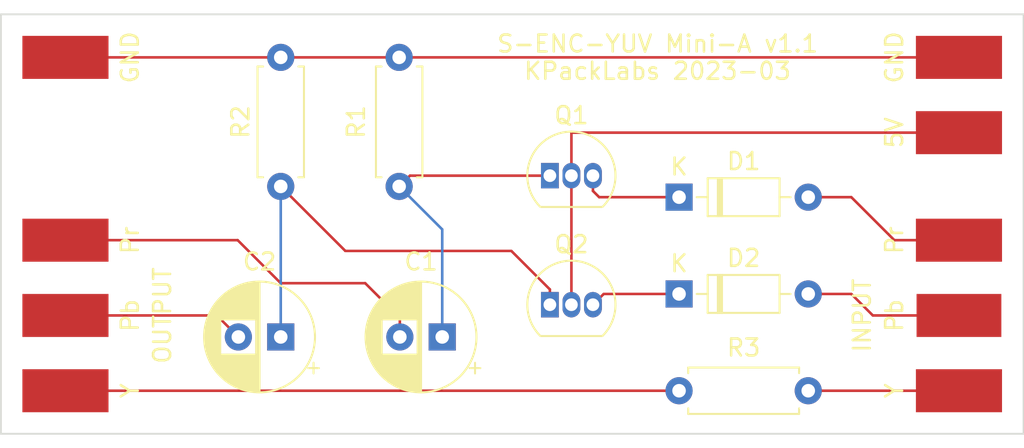
<source format=kicad_pcb>
(kicad_pcb (version 20171130) (host pcbnew "(5.1.5)-3")

  (general
    (thickness 1.6)
    (drawings 13)
    (tracks 35)
    (zones 0)
    (modules 18)
    (nets 13)
  )

  (page A4)
  (layers
    (0 Top signal)
    (31 Bottom signal)
    (34 B.Paste user)
    (35 F.Paste user)
    (36 B.SilkS user)
    (37 F.SilkS user)
    (38 B.Mask user)
    (39 F.Mask user)
    (40 Dwgs.User user)
    (41 Cmts.User user)
    (42 Eco1.User user)
    (43 Eco2.User user)
    (44 Edge.Cuts user)
    (45 Margin user)
    (46 B.CrtYd user)
    (47 F.CrtYd user)
    (48 B.Fab user)
    (49 F.Fab user)
  )

  (setup
    (last_trace_width 0.1524)
    (trace_clearance 0.1524)
    (zone_clearance 0.508)
    (zone_45_only no)
    (trace_min 0.1524)
    (via_size 0.508)
    (via_drill 0.254)
    (via_min_size 0.508)
    (via_min_drill 0.254)
    (uvia_size 0.508)
    (uvia_drill 0.254)
    (uvias_allowed no)
    (uvia_min_size 0.2)
    (uvia_min_drill 0.1)
    (edge_width 0.15)
    (segment_width 0.2)
    (pcb_text_width 0.3)
    (pcb_text_size 1.5 1.5)
    (mod_edge_width 0.15)
    (mod_text_size 1 1)
    (mod_text_width 0.15)
    (pad_size 1.524 1.524)
    (pad_drill 0.762)
    (pad_to_mask_clearance 0.0508)
    (aux_axis_origin 0 0)
    (visible_elements 7FFFFFFF)
    (pcbplotparams
      (layerselection 0x010fc_ffffffff)
      (usegerberextensions false)
      (usegerberattributes false)
      (usegerberadvancedattributes false)
      (creategerberjobfile false)
      (excludeedgelayer true)
      (linewidth 0.100000)
      (plotframeref false)
      (viasonmask false)
      (mode 1)
      (useauxorigin false)
      (hpglpennumber 1)
      (hpglpenspeed 20)
      (hpglpendiameter 15.000000)
      (psnegative false)
      (psa4output false)
      (plotreference true)
      (plotvalue true)
      (plotinvisibletext false)
      (padsonsilk false)
      (subtractmaskfromsilk false)
      (outputformat 1)
      (mirror false)
      (drillshape 1)
      (scaleselection 1)
      (outputdirectory ""))
  )

  (net 0 "")
  (net 1 "Net-(C1-Pad2)")
  (net 2 "Net-(C1-Pad1)")
  (net 3 "Net-(C2-Pad2)")
  (net 4 "Net-(C2-Pad1)")
  (net 5 "Net-(D1-Pad2)")
  (net 6 "Net-(D1-Pad1)")
  (net 7 "Net-(D2-Pad2)")
  (net 8 "Net-(D2-Pad1)")
  (net 9 +5V)
  (net 10 GND)
  (net 11 "Net-(J5-Pad1)")
  (net 12 "Net-(J9-Pad1)")

  (net_class Default "This is the default net class."
    (clearance 0.1524)
    (trace_width 0.1524)
    (via_dia 0.508)
    (via_drill 0.254)
    (uvia_dia 0.508)
    (uvia_drill 0.254)
    (diff_pair_width 0.1524)
    (diff_pair_gap 0.1524)
    (add_net +5V)
    (add_net GND)
    (add_net "Net-(C1-Pad1)")
    (add_net "Net-(C1-Pad2)")
    (add_net "Net-(C2-Pad1)")
    (add_net "Net-(C2-Pad2)")
    (add_net "Net-(D1-Pad1)")
    (add_net "Net-(D1-Pad2)")
    (add_net "Net-(D2-Pad1)")
    (add_net "Net-(D2-Pad2)")
    (add_net "Net-(J5-Pad1)")
    (add_net "Net-(J9-Pad1)")
  )

  (module Connector_Wire:SolderWirePad_1x01_SMD_5x10mm (layer Top) (tedit 63F2A66A) (tstamp 63F2AED5)
    (at 147.955 51.435)
    (descr "Wire Pad, Square, SMD Pad,  5mm x 10mm,")
    (tags "MesurementPoint Square SMDPad 5mmx10mm ")
    (path /63F36AB4)
    (attr smd virtual)
    (fp_text reference J1 (at 0 -2.54) (layer F.Fab)
      (effects (font (size 1 1) (thickness 0.15)))
    )
    (fp_text value 5V (at -3.81 0 90) (layer F.SilkS)
      (effects (font (size 1 1) (thickness 0.15)))
    )
    (fp_line (start -2.75 -1.524) (end -2.75 1.524) (layer F.CrtYd) (width 0.05))
    (fp_line (start -2.75 1.524) (end 2.75 1.524) (layer F.CrtYd) (width 0.05))
    (fp_line (start 2.75 1.524) (end 2.75 -1.524) (layer F.CrtYd) (width 0.05))
    (fp_line (start 2.75 -1.524) (end -2.75 -1.524) (layer F.CrtYd) (width 0.05))
    (fp_text user %R (at 0 0) (layer F.Fab)
      (effects (font (size 1 1) (thickness 0.15)))
    )
    (pad 1 smd rect (at 0 0) (size 5.08 2.54) (layers Top F.Paste F.Mask)
      (net 9 +5V))
  )

  (module Connector_Wire:SolderWirePad_1x01_SMD_5x10mm (layer Top) (tedit 63F2A647) (tstamp 63F2AEDF)
    (at 147.955 46.99)
    (descr "Wire Pad, Square, SMD Pad,  5mm x 10mm,")
    (tags "MesurementPoint Square SMDPad 5mmx10mm ")
    (path /63F3650D)
    (attr smd virtual)
    (fp_text reference J2 (at 0 -2.54) (layer F.Fab)
      (effects (font (size 1 1) (thickness 0.15)))
    )
    (fp_text value GND (at -3.81 0 90) (layer F.SilkS)
      (effects (font (size 1 1) (thickness 0.15)))
    )
    (fp_line (start -2.75 -1.524) (end -2.75 1.524) (layer F.CrtYd) (width 0.05))
    (fp_line (start -2.75 1.524) (end 2.75 1.524) (layer F.CrtYd) (width 0.05))
    (fp_line (start 2.75 1.524) (end 2.75 -1.524) (layer F.CrtYd) (width 0.05))
    (fp_line (start 2.75 -1.524) (end -2.75 -1.524) (layer F.CrtYd) (width 0.05))
    (fp_text user %R (at 0 0) (layer F.Fab)
      (effects (font (size 1 1) (thickness 0.15)))
    )
    (pad 1 smd rect (at 0 0) (size 5.08 2.54) (layers Top F.Paste F.Mask)
      (net 10 GND))
  )

  (module Connector_Wire:SolderWirePad_1x01_SMD_5x10mm (layer Top) (tedit 63F2A618) (tstamp 63F2AEFD)
    (at 147.955 66.675)
    (descr "Wire Pad, Square, SMD Pad,  5mm x 10mm,")
    (tags "MesurementPoint Square SMDPad 5mmx10mm ")
    (path /63F352A2)
    (attr smd virtual)
    (fp_text reference J5 (at 0 -2.54) (layer F.Fab)
      (effects (font (size 1 1) (thickness 0.15)))
    )
    (fp_text value Y_IN (at 0 2.54) (layer F.Fab)
      (effects (font (size 1 1) (thickness 0.15)))
    )
    (fp_line (start -2.75 -1.524) (end -2.75 1.524) (layer F.CrtYd) (width 0.05))
    (fp_line (start -2.75 1.524) (end 2.75 1.524) (layer F.CrtYd) (width 0.05))
    (fp_line (start 2.75 1.524) (end 2.75 -1.524) (layer F.CrtYd) (width 0.05))
    (fp_line (start 2.75 -1.524) (end -2.75 -1.524) (layer F.CrtYd) (width 0.05))
    (fp_text user %R (at 0 0) (layer F.Fab)
      (effects (font (size 1 1) (thickness 0.15)))
    )
    (pad 1 smd rect (at 0 0) (size 5.08 2.54) (layers Top F.Paste F.Mask)
      (net 11 "Net-(J5-Pad1)"))
  )

  (module Connector_Wire:SolderWirePad_1x01_SMD_5x10mm (layer Top) (tedit 63F2A5F1) (tstamp 63F2AEE9)
    (at 147.955 57.785)
    (descr "Wire Pad, Square, SMD Pad,  5mm x 10mm,")
    (tags "MesurementPoint Square SMDPad 5mmx10mm ")
    (path /63F35FBA)
    (attr smd virtual)
    (fp_text reference J3 (at 0 -2.54) (layer F.Fab)
      (effects (font (size 1 1) (thickness 0.15)))
    )
    (fp_text value Pr_IN (at 0 2.54) (layer F.Fab)
      (effects (font (size 1 1) (thickness 0.15)))
    )
    (fp_line (start -2.75 -1.524) (end -2.75 1.524) (layer F.CrtYd) (width 0.05))
    (fp_line (start -2.75 1.524) (end 2.75 1.524) (layer F.CrtYd) (width 0.05))
    (fp_line (start 2.75 1.524) (end 2.75 -1.524) (layer F.CrtYd) (width 0.05))
    (fp_line (start 2.75 -1.524) (end -2.75 -1.524) (layer F.CrtYd) (width 0.05))
    (fp_text user %R (at 0 0) (layer F.Fab)
      (effects (font (size 1 1) (thickness 0.15)))
    )
    (pad 1 smd rect (at 0 0) (size 5.08 2.54) (layers Top F.Paste F.Mask)
      (net 5 "Net-(D1-Pad2)"))
  )

  (module Connector_Wire:SolderWirePad_1x01_SMD_5x10mm (layer Top) (tedit 63F2A5C5) (tstamp 63F2AF11)
    (at 95.25 57.785)
    (descr "Wire Pad, Square, SMD Pad,  5mm x 10mm,")
    (tags "MesurementPoint Square SMDPad 5mmx10mm ")
    (path /63F509AD)
    (attr smd virtual)
    (fp_text reference J7 (at 0 -2.54) (layer F.Fab)
      (effects (font (size 1 1) (thickness 0.15)))
    )
    (fp_text value Pr_OUT (at 0 2.54) (layer F.Fab)
      (effects (font (size 1 1) (thickness 0.15)))
    )
    (fp_line (start -2.75 -1.524) (end -2.75 1.524) (layer F.CrtYd) (width 0.05))
    (fp_line (start -2.75 1.524) (end 2.75 1.524) (layer F.CrtYd) (width 0.05))
    (fp_line (start 2.75 1.524) (end 2.75 -1.524) (layer F.CrtYd) (width 0.05))
    (fp_line (start 2.75 -1.524) (end -2.75 -1.524) (layer F.CrtYd) (width 0.05))
    (fp_text user %R (at 0 0) (layer F.Fab)
      (effects (font (size 1 1) (thickness 0.15)))
    )
    (pad 1 smd rect (at 0 0) (size 5.08 2.54) (layers Top F.Paste F.Mask)
      (net 1 "Net-(C1-Pad2)"))
  )

  (module Connector_Wire:SolderWirePad_1x01_SMD_5x10mm (layer Top) (tedit 63F2A595) (tstamp 63F2AEF3)
    (at 147.955 62.23)
    (descr "Wire Pad, Square, SMD Pad,  5mm x 10mm,")
    (tags "MesurementPoint Square SMDPad 5mmx10mm ")
    (path /63F35BFA)
    (attr smd virtual)
    (fp_text reference J4 (at 0 -2.54) (layer F.Fab)
      (effects (font (size 1 1) (thickness 0.15)))
    )
    (fp_text value Pb_IN (at 0 2.54) (layer F.Fab)
      (effects (font (size 1 1) (thickness 0.15)))
    )
    (fp_line (start -2.75 -1.524) (end -2.75 1.524) (layer F.CrtYd) (width 0.05))
    (fp_line (start -2.75 1.524) (end 2.75 1.524) (layer F.CrtYd) (width 0.05))
    (fp_line (start 2.75 1.524) (end 2.75 -1.524) (layer F.CrtYd) (width 0.05))
    (fp_line (start 2.75 -1.524) (end -2.75 -1.524) (layer F.CrtYd) (width 0.05))
    (fp_text user %R (at 0 0) (layer F.Fab)
      (effects (font (size 1 1) (thickness 0.15)))
    )
    (pad 1 smd rect (at 0 0) (size 5 2.54) (layers Top F.Paste F.Mask)
      (net 7 "Net-(D2-Pad2)"))
  )

  (module Connector_Wire:SolderWirePad_1x01_SMD_5x10mm (layer Top) (tedit 63F2A56F) (tstamp 63F2AF1B)
    (at 95.25 62.23)
    (descr "Wire Pad, Square, SMD Pad,  5mm x 10mm,")
    (tags "MesurementPoint Square SMDPad 5mmx10mm ")
    (path /63F4F2F1)
    (attr smd virtual)
    (fp_text reference J8 (at 0 -2.54) (layer F.Fab)
      (effects (font (size 1 1) (thickness 0.15)))
    )
    (fp_text value Pb_OUT (at 0 2.54) (layer F.Fab)
      (effects (font (size 1 1) (thickness 0.15)))
    )
    (fp_line (start -2.75 -1.524) (end -2.75 1.524) (layer F.CrtYd) (width 0.05))
    (fp_line (start -2.75 1.524) (end 2.75 1.524) (layer F.CrtYd) (width 0.05))
    (fp_line (start 2.75 1.524) (end 2.75 -1.524) (layer F.CrtYd) (width 0.05))
    (fp_line (start 2.75 -1.524) (end -2.75 -1.524) (layer F.CrtYd) (width 0.05))
    (fp_text user %R (at 0 0) (layer F.Fab)
      (effects (font (size 1 1) (thickness 0.15)))
    )
    (pad 1 smd rect (at 0 0) (size 5.08 2.54) (layers Top F.Paste F.Mask)
      (net 3 "Net-(C2-Pad2)"))
  )

  (module Connector_Wire:SolderWirePad_1x01_SMD_5x10mm (layer Top) (tedit 63F2A544) (tstamp 63F2AF25)
    (at 95.25 66.675)
    (descr "Wire Pad, Square, SMD Pad,  5mm x 10mm,")
    (tags "MesurementPoint Square SMDPad 5mmx10mm ")
    (path /63F4D8BA)
    (attr smd virtual)
    (fp_text reference J9 (at 0 -2.54) (layer F.Fab)
      (effects (font (size 1 1) (thickness 0.15)))
    )
    (fp_text value Y_OUT (at 0 2.54) (layer F.Fab)
      (effects (font (size 1 1) (thickness 0.15)))
    )
    (fp_line (start -2.75 -1.524) (end -2.75 1.524) (layer F.CrtYd) (width 0.05))
    (fp_line (start -2.75 1.524) (end 2.75 1.524) (layer F.CrtYd) (width 0.05))
    (fp_line (start 2.75 1.524) (end 2.75 -1.524) (layer F.CrtYd) (width 0.05))
    (fp_line (start 2.75 -1.524) (end -2.75 -1.524) (layer F.CrtYd) (width 0.05))
    (fp_text user %R (at 0 0) (layer F.Fab)
      (effects (font (size 1 1) (thickness 0.15)))
    )
    (pad 1 smd rect (at 0 0) (size 5.08 2.54) (layers Top F.Paste F.Mask)
      (net 12 "Net-(J9-Pad1)"))
  )

  (module Connector_Wire:SolderWirePad_1x01_SMD_5x10mm (layer Top) (tedit 63F2A50B) (tstamp 63F2AF07)
    (at 95.25 46.99)
    (descr "Wire Pad, Square, SMD Pad,  5mm x 10mm,")
    (tags "MesurementPoint Square SMDPad 5mmx10mm ")
    (path /63F53503)
    (attr smd virtual)
    (fp_text reference J6 (at 0 -2.54) (layer F.Fab)
      (effects (font (size 1 1) (thickness 0.15)))
    )
    (fp_text value GND (at 3.81 0 90) (layer F.SilkS)
      (effects (font (size 1 1) (thickness 0.15)))
    )
    (fp_line (start -2.75 -1.524) (end -2.75 1.524) (layer F.CrtYd) (width 0.05))
    (fp_line (start -2.75 1.524) (end 2.75 1.524) (layer F.CrtYd) (width 0.05))
    (fp_line (start 2.75 1.524) (end 2.75 -1.524) (layer F.CrtYd) (width 0.05))
    (fp_line (start 2.75 -1.524) (end -2.75 -1.524) (layer F.CrtYd) (width 0.05))
    (fp_text user %R (at 0 0) (layer F.Fab)
      (effects (font (size 1 1) (thickness 0.15)))
    )
    (pad 1 smd rect (at 0 0) (size 5.08 2.54) (layers Top F.Paste F.Mask)
      (net 10 GND))
  )

  (module Resistor_THT:R_Axial_DIN0207_L6.3mm_D2.5mm_P7.62mm_Horizontal (layer Top) (tedit 5AE5139B) (tstamp 63F2AF8E)
    (at 139.065 66.675 180)
    (descr "Resistor, Axial_DIN0207 series, Axial, Horizontal, pin pitch=7.62mm, 0.25W = 1/4W, length*diameter=6.3*2.5mm^2, http://cdn-reichelt.de/documents/datenblatt/B400/1_4W%23YAG.pdf")
    (tags "Resistor Axial_DIN0207 series Axial Horizontal pin pitch 7.62mm 0.25W = 1/4W length 6.3mm diameter 2.5mm")
    (path /63F3D581)
    (fp_text reference R3 (at 3.81 2.54) (layer F.SilkS)
      (effects (font (size 1 1) (thickness 0.15)))
    )
    (fp_text value "10 ohm" (at 3.81 2.37) (layer F.Fab)
      (effects (font (size 1 1) (thickness 0.15)))
    )
    (fp_text user %R (at 3.81 0) (layer F.Fab)
      (effects (font (size 1 1) (thickness 0.15)))
    )
    (fp_line (start 8.67 -1.5) (end -1.05 -1.5) (layer F.CrtYd) (width 0.05))
    (fp_line (start 8.67 1.5) (end 8.67 -1.5) (layer F.CrtYd) (width 0.05))
    (fp_line (start -1.05 1.5) (end 8.67 1.5) (layer F.CrtYd) (width 0.05))
    (fp_line (start -1.05 -1.5) (end -1.05 1.5) (layer F.CrtYd) (width 0.05))
    (fp_line (start 7.08 1.37) (end 7.08 1.04) (layer F.SilkS) (width 0.12))
    (fp_line (start 0.54 1.37) (end 7.08 1.37) (layer F.SilkS) (width 0.12))
    (fp_line (start 0.54 1.04) (end 0.54 1.37) (layer F.SilkS) (width 0.12))
    (fp_line (start 7.08 -1.37) (end 7.08 -1.04) (layer F.SilkS) (width 0.12))
    (fp_line (start 0.54 -1.37) (end 7.08 -1.37) (layer F.SilkS) (width 0.12))
    (fp_line (start 0.54 -1.04) (end 0.54 -1.37) (layer F.SilkS) (width 0.12))
    (fp_line (start 7.62 0) (end 6.96 0) (layer F.Fab) (width 0.1))
    (fp_line (start 0 0) (end 0.66 0) (layer F.Fab) (width 0.1))
    (fp_line (start 6.96 -1.25) (end 0.66 -1.25) (layer F.Fab) (width 0.1))
    (fp_line (start 6.96 1.25) (end 6.96 -1.25) (layer F.Fab) (width 0.1))
    (fp_line (start 0.66 1.25) (end 6.96 1.25) (layer F.Fab) (width 0.1))
    (fp_line (start 0.66 -1.25) (end 0.66 1.25) (layer F.Fab) (width 0.1))
    (pad 2 thru_hole oval (at 7.62 0 180) (size 1.6 1.6) (drill 0.8) (layers *.Cu *.Mask)
      (net 12 "Net-(J9-Pad1)"))
    (pad 1 thru_hole circle (at 0 0 180) (size 1.6 1.6) (drill 0.8) (layers *.Cu *.Mask)
      (net 11 "Net-(J5-Pad1)"))
    (model ${KISYS3DMOD}/Resistor_THT.3dshapes/R_Axial_DIN0207_L6.3mm_D2.5mm_P7.62mm_Horizontal.wrl
      (at (xyz 0 0 0))
      (scale (xyz 1 1 1))
      (rotate (xyz 0 0 0))
    )
  )

  (module Resistor_THT:R_Axial_DIN0207_L6.3mm_D2.5mm_P7.62mm_Horizontal (layer Top) (tedit 5AE5139B) (tstamp 63F2AF77)
    (at 107.95 54.61 90)
    (descr "Resistor, Axial_DIN0207 series, Axial, Horizontal, pin pitch=7.62mm, 0.25W = 1/4W, length*diameter=6.3*2.5mm^2, http://cdn-reichelt.de/documents/datenblatt/B400/1_4W%23YAG.pdf")
    (tags "Resistor Axial_DIN0207 series Axial Horizontal pin pitch 7.62mm 0.25W = 1/4W length 6.3mm diameter 2.5mm")
    (path /63F437F8)
    (fp_text reference R2 (at 3.81 -2.37 90) (layer F.SilkS)
      (effects (font (size 1 1) (thickness 0.15)))
    )
    (fp_text value "75 ohm" (at 3.81 2.37 90) (layer F.Fab)
      (effects (font (size 1 1) (thickness 0.15)))
    )
    (fp_text user %R (at 3.81 0 90) (layer F.Fab)
      (effects (font (size 1 1) (thickness 0.15)))
    )
    (fp_line (start 8.67 -1.5) (end -1.05 -1.5) (layer F.CrtYd) (width 0.05))
    (fp_line (start 8.67 1.5) (end 8.67 -1.5) (layer F.CrtYd) (width 0.05))
    (fp_line (start -1.05 1.5) (end 8.67 1.5) (layer F.CrtYd) (width 0.05))
    (fp_line (start -1.05 -1.5) (end -1.05 1.5) (layer F.CrtYd) (width 0.05))
    (fp_line (start 7.08 1.37) (end 7.08 1.04) (layer F.SilkS) (width 0.12))
    (fp_line (start 0.54 1.37) (end 7.08 1.37) (layer F.SilkS) (width 0.12))
    (fp_line (start 0.54 1.04) (end 0.54 1.37) (layer F.SilkS) (width 0.12))
    (fp_line (start 7.08 -1.37) (end 7.08 -1.04) (layer F.SilkS) (width 0.12))
    (fp_line (start 0.54 -1.37) (end 7.08 -1.37) (layer F.SilkS) (width 0.12))
    (fp_line (start 0.54 -1.04) (end 0.54 -1.37) (layer F.SilkS) (width 0.12))
    (fp_line (start 7.62 0) (end 6.96 0) (layer F.Fab) (width 0.1))
    (fp_line (start 0 0) (end 0.66 0) (layer F.Fab) (width 0.1))
    (fp_line (start 6.96 -1.25) (end 0.66 -1.25) (layer F.Fab) (width 0.1))
    (fp_line (start 6.96 1.25) (end 6.96 -1.25) (layer F.Fab) (width 0.1))
    (fp_line (start 0.66 1.25) (end 6.96 1.25) (layer F.Fab) (width 0.1))
    (fp_line (start 0.66 -1.25) (end 0.66 1.25) (layer F.Fab) (width 0.1))
    (pad 2 thru_hole oval (at 7.62 0 90) (size 1.6 1.6) (drill 0.8) (layers *.Cu *.Mask)
      (net 10 GND))
    (pad 1 thru_hole circle (at 0 0 90) (size 1.6 1.6) (drill 0.8) (layers *.Cu *.Mask)
      (net 4 "Net-(C2-Pad1)"))
    (model ${KISYS3DMOD}/Resistor_THT.3dshapes/R_Axial_DIN0207_L6.3mm_D2.5mm_P7.62mm_Horizontal.wrl
      (at (xyz 0 0 0))
      (scale (xyz 1 1 1))
      (rotate (xyz 0 0 0))
    )
  )

  (module Resistor_THT:R_Axial_DIN0207_L6.3mm_D2.5mm_P7.62mm_Horizontal (layer Top) (tedit 5AE5139B) (tstamp 63F2AF60)
    (at 114.935 46.99 270)
    (descr "Resistor, Axial_DIN0207 series, Axial, Horizontal, pin pitch=7.62mm, 0.25W = 1/4W, length*diameter=6.3*2.5mm^2, http://cdn-reichelt.de/documents/datenblatt/B400/1_4W%23YAG.pdf")
    (tags "Resistor Axial_DIN0207 series Axial Horizontal pin pitch 7.62mm 0.25W = 1/4W length 6.3mm diameter 2.5mm")
    (path /63F40F69)
    (fp_text reference R1 (at 3.81 2.54 90) (layer F.SilkS)
      (effects (font (size 1 1) (thickness 0.15)))
    )
    (fp_text value "75 ohm" (at 3.81 2.37 90) (layer F.Fab)
      (effects (font (size 1 1) (thickness 0.15)))
    )
    (fp_text user %R (at 3.81 0 90) (layer F.Fab)
      (effects (font (size 1 1) (thickness 0.15)))
    )
    (fp_line (start 8.67 -1.5) (end -1.05 -1.5) (layer F.CrtYd) (width 0.05))
    (fp_line (start 8.67 1.5) (end 8.67 -1.5) (layer F.CrtYd) (width 0.05))
    (fp_line (start -1.05 1.5) (end 8.67 1.5) (layer F.CrtYd) (width 0.05))
    (fp_line (start -1.05 -1.5) (end -1.05 1.5) (layer F.CrtYd) (width 0.05))
    (fp_line (start 7.08 1.37) (end 7.08 1.04) (layer F.SilkS) (width 0.12))
    (fp_line (start 0.54 1.37) (end 7.08 1.37) (layer F.SilkS) (width 0.12))
    (fp_line (start 0.54 1.04) (end 0.54 1.37) (layer F.SilkS) (width 0.12))
    (fp_line (start 7.08 -1.37) (end 7.08 -1.04) (layer F.SilkS) (width 0.12))
    (fp_line (start 0.54 -1.37) (end 7.08 -1.37) (layer F.SilkS) (width 0.12))
    (fp_line (start 0.54 -1.04) (end 0.54 -1.37) (layer F.SilkS) (width 0.12))
    (fp_line (start 7.62 0) (end 6.96 0) (layer F.Fab) (width 0.1))
    (fp_line (start 0 0) (end 0.66 0) (layer F.Fab) (width 0.1))
    (fp_line (start 6.96 -1.25) (end 0.66 -1.25) (layer F.Fab) (width 0.1))
    (fp_line (start 6.96 1.25) (end 6.96 -1.25) (layer F.Fab) (width 0.1))
    (fp_line (start 0.66 1.25) (end 6.96 1.25) (layer F.Fab) (width 0.1))
    (fp_line (start 0.66 -1.25) (end 0.66 1.25) (layer F.Fab) (width 0.1))
    (pad 2 thru_hole oval (at 7.62 0 270) (size 1.6 1.6) (drill 0.8) (layers *.Cu *.Mask)
      (net 2 "Net-(C1-Pad1)"))
    (pad 1 thru_hole circle (at 0 0 270) (size 1.6 1.6) (drill 0.8) (layers *.Cu *.Mask)
      (net 10 GND))
    (model ${KISYS3DMOD}/Resistor_THT.3dshapes/R_Axial_DIN0207_L6.3mm_D2.5mm_P7.62mm_Horizontal.wrl
      (at (xyz 0 0 0))
      (scale (xyz 1 1 1))
      (rotate (xyz 0 0 0))
    )
  )

  (module Package_TO_SOT_THT:TO-92_Inline (layer Top) (tedit 5A1DD157) (tstamp 63F2AF49)
    (at 123.825 61.595)
    (descr "TO-92 leads in-line, narrow, oval pads, drill 0.75mm (see NXP sot054_po.pdf)")
    (tags "to-92 sc-43 sc-43a sot54 PA33 transistor")
    (path /63F3F8C3)
    (fp_text reference Q2 (at 1.27 -3.56) (layer F.SilkS)
      (effects (font (size 1 1) (thickness 0.15)))
    )
    (fp_text value 2N3904 (at 1.27 2.79) (layer F.Fab)
      (effects (font (size 1 1) (thickness 0.15)))
    )
    (fp_arc (start 1.27 0) (end 1.27 -2.6) (angle 135) (layer F.SilkS) (width 0.12))
    (fp_arc (start 1.27 0) (end 1.27 -2.48) (angle -135) (layer F.Fab) (width 0.1))
    (fp_arc (start 1.27 0) (end 1.27 -2.6) (angle -135) (layer F.SilkS) (width 0.12))
    (fp_arc (start 1.27 0) (end 1.27 -2.48) (angle 135) (layer F.Fab) (width 0.1))
    (fp_line (start 4 2.01) (end -1.46 2.01) (layer F.CrtYd) (width 0.05))
    (fp_line (start 4 2.01) (end 4 -2.73) (layer F.CrtYd) (width 0.05))
    (fp_line (start -1.46 -2.73) (end -1.46 2.01) (layer F.CrtYd) (width 0.05))
    (fp_line (start -1.46 -2.73) (end 4 -2.73) (layer F.CrtYd) (width 0.05))
    (fp_line (start -0.5 1.75) (end 3 1.75) (layer F.Fab) (width 0.1))
    (fp_line (start -0.53 1.85) (end 3.07 1.85) (layer F.SilkS) (width 0.12))
    (fp_text user %R (at 1.27 -3.56) (layer F.Fab)
      (effects (font (size 1 1) (thickness 0.15)))
    )
    (pad 1 thru_hole rect (at 0 0) (size 1.05 1.5) (drill 0.75) (layers *.Cu *.Mask)
      (net 4 "Net-(C2-Pad1)"))
    (pad 3 thru_hole oval (at 2.54 0) (size 1.05 1.5) (drill 0.75) (layers *.Cu *.Mask)
      (net 8 "Net-(D2-Pad1)"))
    (pad 2 thru_hole oval (at 1.27 0) (size 1.05 1.5) (drill 0.75) (layers *.Cu *.Mask)
      (net 9 +5V))
    (model ${KISYS3DMOD}/Package_TO_SOT_THT.3dshapes/TO-92_Inline.wrl
      (at (xyz 0 0 0))
      (scale (xyz 1 1 1))
      (rotate (xyz 0 0 0))
    )
  )

  (module Package_TO_SOT_THT:TO-92_Inline (layer Top) (tedit 5A1DD157) (tstamp 63F2AF37)
    (at 123.825 53.975)
    (descr "TO-92 leads in-line, narrow, oval pads, drill 0.75mm (see NXP sot054_po.pdf)")
    (tags "to-92 sc-43 sc-43a sot54 PA33 transistor")
    (path /63F3E31C)
    (fp_text reference Q1 (at 1.27 -3.56) (layer F.SilkS)
      (effects (font (size 1 1) (thickness 0.15)))
    )
    (fp_text value 2N3904 (at 1.27 2.79) (layer F.Fab)
      (effects (font (size 1 1) (thickness 0.15)))
    )
    (fp_arc (start 1.27 0) (end 1.27 -2.6) (angle 135) (layer F.SilkS) (width 0.12))
    (fp_arc (start 1.27 0) (end 1.27 -2.48) (angle -135) (layer F.Fab) (width 0.1))
    (fp_arc (start 1.27 0) (end 1.27 -2.6) (angle -135) (layer F.SilkS) (width 0.12))
    (fp_arc (start 1.27 0) (end 1.27 -2.48) (angle 135) (layer F.Fab) (width 0.1))
    (fp_line (start 4 2.01) (end -1.46 2.01) (layer F.CrtYd) (width 0.05))
    (fp_line (start 4 2.01) (end 4 -2.73) (layer F.CrtYd) (width 0.05))
    (fp_line (start -1.46 -2.73) (end -1.46 2.01) (layer F.CrtYd) (width 0.05))
    (fp_line (start -1.46 -2.73) (end 4 -2.73) (layer F.CrtYd) (width 0.05))
    (fp_line (start -0.5 1.75) (end 3 1.75) (layer F.Fab) (width 0.1))
    (fp_line (start -0.53 1.85) (end 3.07 1.85) (layer F.SilkS) (width 0.12))
    (fp_text user %R (at 1.27 -3.56) (layer F.Fab)
      (effects (font (size 1 1) (thickness 0.15)))
    )
    (pad 1 thru_hole rect (at 0 0) (size 1.05 1.5) (drill 0.75) (layers *.Cu *.Mask)
      (net 2 "Net-(C1-Pad1)"))
    (pad 3 thru_hole oval (at 2.54 0) (size 1.05 1.5) (drill 0.75) (layers *.Cu *.Mask)
      (net 6 "Net-(D1-Pad1)"))
    (pad 2 thru_hole oval (at 1.27 0) (size 1.05 1.5) (drill 0.75) (layers *.Cu *.Mask)
      (net 9 +5V))
    (model ${KISYS3DMOD}/Package_TO_SOT_THT.3dshapes/TO-92_Inline.wrl
      (at (xyz 0 0 0))
      (scale (xyz 1 1 1))
      (rotate (xyz 0 0 0))
    )
  )

  (module Diode_THT:D_DO-35_SOD27_P7.62mm_Horizontal (layer Top) (tedit 5AE50CD5) (tstamp 63F2AECB)
    (at 131.445 60.96)
    (descr "Diode, DO-35_SOD27 series, Axial, Horizontal, pin pitch=7.62mm, , length*diameter=4*2mm^2, , http://www.diodes.com/_files/packages/DO-35.pdf")
    (tags "Diode DO-35_SOD27 series Axial Horizontal pin pitch 7.62mm  length 4mm diameter 2mm")
    (path /63F3950F)
    (fp_text reference D2 (at 3.81 -2.12) (layer F.SilkS)
      (effects (font (size 1 1) (thickness 0.15)))
    )
    (fp_text value 1N4148 (at 3.81 2.12) (layer F.Fab)
      (effects (font (size 1 1) (thickness 0.15)))
    )
    (fp_text user K (at 0 -1.8) (layer F.SilkS)
      (effects (font (size 1 1) (thickness 0.15)))
    )
    (fp_text user K (at 0 -1.8) (layer F.Fab)
      (effects (font (size 1 1) (thickness 0.15)))
    )
    (fp_text user %R (at 4.11 0) (layer F.Fab)
      (effects (font (size 0.8 0.8) (thickness 0.12)))
    )
    (fp_line (start 8.67 -1.25) (end -1.05 -1.25) (layer F.CrtYd) (width 0.05))
    (fp_line (start 8.67 1.25) (end 8.67 -1.25) (layer F.CrtYd) (width 0.05))
    (fp_line (start -1.05 1.25) (end 8.67 1.25) (layer F.CrtYd) (width 0.05))
    (fp_line (start -1.05 -1.25) (end -1.05 1.25) (layer F.CrtYd) (width 0.05))
    (fp_line (start 2.29 -1.12) (end 2.29 1.12) (layer F.SilkS) (width 0.12))
    (fp_line (start 2.53 -1.12) (end 2.53 1.12) (layer F.SilkS) (width 0.12))
    (fp_line (start 2.41 -1.12) (end 2.41 1.12) (layer F.SilkS) (width 0.12))
    (fp_line (start 6.58 0) (end 5.93 0) (layer F.SilkS) (width 0.12))
    (fp_line (start 1.04 0) (end 1.69 0) (layer F.SilkS) (width 0.12))
    (fp_line (start 5.93 -1.12) (end 1.69 -1.12) (layer F.SilkS) (width 0.12))
    (fp_line (start 5.93 1.12) (end 5.93 -1.12) (layer F.SilkS) (width 0.12))
    (fp_line (start 1.69 1.12) (end 5.93 1.12) (layer F.SilkS) (width 0.12))
    (fp_line (start 1.69 -1.12) (end 1.69 1.12) (layer F.SilkS) (width 0.12))
    (fp_line (start 2.31 -1) (end 2.31 1) (layer F.Fab) (width 0.1))
    (fp_line (start 2.51 -1) (end 2.51 1) (layer F.Fab) (width 0.1))
    (fp_line (start 2.41 -1) (end 2.41 1) (layer F.Fab) (width 0.1))
    (fp_line (start 7.62 0) (end 5.81 0) (layer F.Fab) (width 0.1))
    (fp_line (start 0 0) (end 1.81 0) (layer F.Fab) (width 0.1))
    (fp_line (start 5.81 -1) (end 1.81 -1) (layer F.Fab) (width 0.1))
    (fp_line (start 5.81 1) (end 5.81 -1) (layer F.Fab) (width 0.1))
    (fp_line (start 1.81 1) (end 5.81 1) (layer F.Fab) (width 0.1))
    (fp_line (start 1.81 -1) (end 1.81 1) (layer F.Fab) (width 0.1))
    (pad 2 thru_hole oval (at 7.62 0) (size 1.6 1.6) (drill 0.8) (layers *.Cu *.Mask)
      (net 7 "Net-(D2-Pad2)"))
    (pad 1 thru_hole rect (at 0 0) (size 1.6 1.6) (drill 0.8) (layers *.Cu *.Mask)
      (net 8 "Net-(D2-Pad1)"))
    (model ${KISYS3DMOD}/Diode_THT.3dshapes/D_DO-35_SOD27_P7.62mm_Horizontal.wrl
      (at (xyz 0 0 0))
      (scale (xyz 1 1 1))
      (rotate (xyz 0 0 0))
    )
  )

  (module Diode_THT:D_DO-35_SOD27_P7.62mm_Horizontal (layer Top) (tedit 5AE50CD5) (tstamp 63F2AEAC)
    (at 131.445 55.245)
    (descr "Diode, DO-35_SOD27 series, Axial, Horizontal, pin pitch=7.62mm, , length*diameter=4*2mm^2, , http://www.diodes.com/_files/packages/DO-35.pdf")
    (tags "Diode DO-35_SOD27 series Axial Horizontal pin pitch 7.62mm  length 4mm diameter 2mm")
    (path /63F3C81F)
    (fp_text reference D1 (at 3.81 -2.12) (layer F.SilkS)
      (effects (font (size 1 1) (thickness 0.15)))
    )
    (fp_text value 1N4148 (at 3.81 2.12) (layer F.Fab)
      (effects (font (size 1 1) (thickness 0.15)))
    )
    (fp_text user K (at 0 -1.8) (layer F.SilkS)
      (effects (font (size 1 1) (thickness 0.15)))
    )
    (fp_text user K (at 0 -1.8) (layer F.Fab)
      (effects (font (size 1 1) (thickness 0.15)))
    )
    (fp_text user %R (at 4.11 0) (layer F.Fab)
      (effects (font (size 0.8 0.8) (thickness 0.12)))
    )
    (fp_line (start 8.67 -1.25) (end -1.05 -1.25) (layer F.CrtYd) (width 0.05))
    (fp_line (start 8.67 1.25) (end 8.67 -1.25) (layer F.CrtYd) (width 0.05))
    (fp_line (start -1.05 1.25) (end 8.67 1.25) (layer F.CrtYd) (width 0.05))
    (fp_line (start -1.05 -1.25) (end -1.05 1.25) (layer F.CrtYd) (width 0.05))
    (fp_line (start 2.29 -1.12) (end 2.29 1.12) (layer F.SilkS) (width 0.12))
    (fp_line (start 2.53 -1.12) (end 2.53 1.12) (layer F.SilkS) (width 0.12))
    (fp_line (start 2.41 -1.12) (end 2.41 1.12) (layer F.SilkS) (width 0.12))
    (fp_line (start 6.58 0) (end 5.93 0) (layer F.SilkS) (width 0.12))
    (fp_line (start 1.04 0) (end 1.69 0) (layer F.SilkS) (width 0.12))
    (fp_line (start 5.93 -1.12) (end 1.69 -1.12) (layer F.SilkS) (width 0.12))
    (fp_line (start 5.93 1.12) (end 5.93 -1.12) (layer F.SilkS) (width 0.12))
    (fp_line (start 1.69 1.12) (end 5.93 1.12) (layer F.SilkS) (width 0.12))
    (fp_line (start 1.69 -1.12) (end 1.69 1.12) (layer F.SilkS) (width 0.12))
    (fp_line (start 2.31 -1) (end 2.31 1) (layer F.Fab) (width 0.1))
    (fp_line (start 2.51 -1) (end 2.51 1) (layer F.Fab) (width 0.1))
    (fp_line (start 2.41 -1) (end 2.41 1) (layer F.Fab) (width 0.1))
    (fp_line (start 7.62 0) (end 5.81 0) (layer F.Fab) (width 0.1))
    (fp_line (start 0 0) (end 1.81 0) (layer F.Fab) (width 0.1))
    (fp_line (start 5.81 -1) (end 1.81 -1) (layer F.Fab) (width 0.1))
    (fp_line (start 5.81 1) (end 5.81 -1) (layer F.Fab) (width 0.1))
    (fp_line (start 1.81 1) (end 5.81 1) (layer F.Fab) (width 0.1))
    (fp_line (start 1.81 -1) (end 1.81 1) (layer F.Fab) (width 0.1))
    (pad 2 thru_hole oval (at 7.62 0) (size 1.6 1.6) (drill 0.8) (layers *.Cu *.Mask)
      (net 5 "Net-(D1-Pad2)"))
    (pad 1 thru_hole rect (at 0 0) (size 1.6 1.6) (drill 0.8) (layers *.Cu *.Mask)
      (net 6 "Net-(D1-Pad1)"))
    (model ${KISYS3DMOD}/Diode_THT.3dshapes/D_DO-35_SOD27_P7.62mm_Horizontal.wrl
      (at (xyz 0 0 0))
      (scale (xyz 1 1 1))
      (rotate (xyz 0 0 0))
    )
  )

  (module Capacitor_THT:CP_Radial_D6.3mm_P2.50mm (layer Top) (tedit 5AE50EF0) (tstamp 63F2AE8D)
    (at 107.95 63.5 180)
    (descr "CP, Radial series, Radial, pin pitch=2.50mm, , diameter=6.3mm, Electrolytic Capacitor")
    (tags "CP Radial series Radial pin pitch 2.50mm  diameter 6.3mm Electrolytic Capacitor")
    (path /63F4B675)
    (fp_text reference C2 (at 1.25 4.445) (layer F.SilkS)
      (effects (font (size 1 1) (thickness 0.15)))
    )
    (fp_text value "220 uF" (at 1.25 4.4) (layer F.Fab)
      (effects (font (size 1 1) (thickness 0.15)))
    )
    (fp_text user %R (at 1.25 0) (layer F.Fab)
      (effects (font (size 1 1) (thickness 0.15)))
    )
    (fp_line (start -1.935241 -2.154) (end -1.935241 -1.524) (layer F.SilkS) (width 0.12))
    (fp_line (start -2.250241 -1.839) (end -1.620241 -1.839) (layer F.SilkS) (width 0.12))
    (fp_line (start 4.491 -0.402) (end 4.491 0.402) (layer F.SilkS) (width 0.12))
    (fp_line (start 4.451 -0.633) (end 4.451 0.633) (layer F.SilkS) (width 0.12))
    (fp_line (start 4.411 -0.802) (end 4.411 0.802) (layer F.SilkS) (width 0.12))
    (fp_line (start 4.371 -0.94) (end 4.371 0.94) (layer F.SilkS) (width 0.12))
    (fp_line (start 4.331 -1.059) (end 4.331 1.059) (layer F.SilkS) (width 0.12))
    (fp_line (start 4.291 -1.165) (end 4.291 1.165) (layer F.SilkS) (width 0.12))
    (fp_line (start 4.251 -1.262) (end 4.251 1.262) (layer F.SilkS) (width 0.12))
    (fp_line (start 4.211 -1.35) (end 4.211 1.35) (layer F.SilkS) (width 0.12))
    (fp_line (start 4.171 -1.432) (end 4.171 1.432) (layer F.SilkS) (width 0.12))
    (fp_line (start 4.131 -1.509) (end 4.131 1.509) (layer F.SilkS) (width 0.12))
    (fp_line (start 4.091 -1.581) (end 4.091 1.581) (layer F.SilkS) (width 0.12))
    (fp_line (start 4.051 -1.65) (end 4.051 1.65) (layer F.SilkS) (width 0.12))
    (fp_line (start 4.011 -1.714) (end 4.011 1.714) (layer F.SilkS) (width 0.12))
    (fp_line (start 3.971 -1.776) (end 3.971 1.776) (layer F.SilkS) (width 0.12))
    (fp_line (start 3.931 -1.834) (end 3.931 1.834) (layer F.SilkS) (width 0.12))
    (fp_line (start 3.891 -1.89) (end 3.891 1.89) (layer F.SilkS) (width 0.12))
    (fp_line (start 3.851 -1.944) (end 3.851 1.944) (layer F.SilkS) (width 0.12))
    (fp_line (start 3.811 -1.995) (end 3.811 1.995) (layer F.SilkS) (width 0.12))
    (fp_line (start 3.771 -2.044) (end 3.771 2.044) (layer F.SilkS) (width 0.12))
    (fp_line (start 3.731 -2.092) (end 3.731 2.092) (layer F.SilkS) (width 0.12))
    (fp_line (start 3.691 -2.137) (end 3.691 2.137) (layer F.SilkS) (width 0.12))
    (fp_line (start 3.651 -2.182) (end 3.651 2.182) (layer F.SilkS) (width 0.12))
    (fp_line (start 3.611 -2.224) (end 3.611 2.224) (layer F.SilkS) (width 0.12))
    (fp_line (start 3.571 -2.265) (end 3.571 2.265) (layer F.SilkS) (width 0.12))
    (fp_line (start 3.531 1.04) (end 3.531 2.305) (layer F.SilkS) (width 0.12))
    (fp_line (start 3.531 -2.305) (end 3.531 -1.04) (layer F.SilkS) (width 0.12))
    (fp_line (start 3.491 1.04) (end 3.491 2.343) (layer F.SilkS) (width 0.12))
    (fp_line (start 3.491 -2.343) (end 3.491 -1.04) (layer F.SilkS) (width 0.12))
    (fp_line (start 3.451 1.04) (end 3.451 2.38) (layer F.SilkS) (width 0.12))
    (fp_line (start 3.451 -2.38) (end 3.451 -1.04) (layer F.SilkS) (width 0.12))
    (fp_line (start 3.411 1.04) (end 3.411 2.416) (layer F.SilkS) (width 0.12))
    (fp_line (start 3.411 -2.416) (end 3.411 -1.04) (layer F.SilkS) (width 0.12))
    (fp_line (start 3.371 1.04) (end 3.371 2.45) (layer F.SilkS) (width 0.12))
    (fp_line (start 3.371 -2.45) (end 3.371 -1.04) (layer F.SilkS) (width 0.12))
    (fp_line (start 3.331 1.04) (end 3.331 2.484) (layer F.SilkS) (width 0.12))
    (fp_line (start 3.331 -2.484) (end 3.331 -1.04) (layer F.SilkS) (width 0.12))
    (fp_line (start 3.291 1.04) (end 3.291 2.516) (layer F.SilkS) (width 0.12))
    (fp_line (start 3.291 -2.516) (end 3.291 -1.04) (layer F.SilkS) (width 0.12))
    (fp_line (start 3.251 1.04) (end 3.251 2.548) (layer F.SilkS) (width 0.12))
    (fp_line (start 3.251 -2.548) (end 3.251 -1.04) (layer F.SilkS) (width 0.12))
    (fp_line (start 3.211 1.04) (end 3.211 2.578) (layer F.SilkS) (width 0.12))
    (fp_line (start 3.211 -2.578) (end 3.211 -1.04) (layer F.SilkS) (width 0.12))
    (fp_line (start 3.171 1.04) (end 3.171 2.607) (layer F.SilkS) (width 0.12))
    (fp_line (start 3.171 -2.607) (end 3.171 -1.04) (layer F.SilkS) (width 0.12))
    (fp_line (start 3.131 1.04) (end 3.131 2.636) (layer F.SilkS) (width 0.12))
    (fp_line (start 3.131 -2.636) (end 3.131 -1.04) (layer F.SilkS) (width 0.12))
    (fp_line (start 3.091 1.04) (end 3.091 2.664) (layer F.SilkS) (width 0.12))
    (fp_line (start 3.091 -2.664) (end 3.091 -1.04) (layer F.SilkS) (width 0.12))
    (fp_line (start 3.051 1.04) (end 3.051 2.69) (layer F.SilkS) (width 0.12))
    (fp_line (start 3.051 -2.69) (end 3.051 -1.04) (layer F.SilkS) (width 0.12))
    (fp_line (start 3.011 1.04) (end 3.011 2.716) (layer F.SilkS) (width 0.12))
    (fp_line (start 3.011 -2.716) (end 3.011 -1.04) (layer F.SilkS) (width 0.12))
    (fp_line (start 2.971 1.04) (end 2.971 2.742) (layer F.SilkS) (width 0.12))
    (fp_line (start 2.971 -2.742) (end 2.971 -1.04) (layer F.SilkS) (width 0.12))
    (fp_line (start 2.931 1.04) (end 2.931 2.766) (layer F.SilkS) (width 0.12))
    (fp_line (start 2.931 -2.766) (end 2.931 -1.04) (layer F.SilkS) (width 0.12))
    (fp_line (start 2.891 1.04) (end 2.891 2.79) (layer F.SilkS) (width 0.12))
    (fp_line (start 2.891 -2.79) (end 2.891 -1.04) (layer F.SilkS) (width 0.12))
    (fp_line (start 2.851 1.04) (end 2.851 2.812) (layer F.SilkS) (width 0.12))
    (fp_line (start 2.851 -2.812) (end 2.851 -1.04) (layer F.SilkS) (width 0.12))
    (fp_line (start 2.811 1.04) (end 2.811 2.834) (layer F.SilkS) (width 0.12))
    (fp_line (start 2.811 -2.834) (end 2.811 -1.04) (layer F.SilkS) (width 0.12))
    (fp_line (start 2.771 1.04) (end 2.771 2.856) (layer F.SilkS) (width 0.12))
    (fp_line (start 2.771 -2.856) (end 2.771 -1.04) (layer F.SilkS) (width 0.12))
    (fp_line (start 2.731 1.04) (end 2.731 2.876) (layer F.SilkS) (width 0.12))
    (fp_line (start 2.731 -2.876) (end 2.731 -1.04) (layer F.SilkS) (width 0.12))
    (fp_line (start 2.691 1.04) (end 2.691 2.896) (layer F.SilkS) (width 0.12))
    (fp_line (start 2.691 -2.896) (end 2.691 -1.04) (layer F.SilkS) (width 0.12))
    (fp_line (start 2.651 1.04) (end 2.651 2.916) (layer F.SilkS) (width 0.12))
    (fp_line (start 2.651 -2.916) (end 2.651 -1.04) (layer F.SilkS) (width 0.12))
    (fp_line (start 2.611 1.04) (end 2.611 2.934) (layer F.SilkS) (width 0.12))
    (fp_line (start 2.611 -2.934) (end 2.611 -1.04) (layer F.SilkS) (width 0.12))
    (fp_line (start 2.571 1.04) (end 2.571 2.952) (layer F.SilkS) (width 0.12))
    (fp_line (start 2.571 -2.952) (end 2.571 -1.04) (layer F.SilkS) (width 0.12))
    (fp_line (start 2.531 1.04) (end 2.531 2.97) (layer F.SilkS) (width 0.12))
    (fp_line (start 2.531 -2.97) (end 2.531 -1.04) (layer F.SilkS) (width 0.12))
    (fp_line (start 2.491 1.04) (end 2.491 2.986) (layer F.SilkS) (width 0.12))
    (fp_line (start 2.491 -2.986) (end 2.491 -1.04) (layer F.SilkS) (width 0.12))
    (fp_line (start 2.451 1.04) (end 2.451 3.002) (layer F.SilkS) (width 0.12))
    (fp_line (start 2.451 -3.002) (end 2.451 -1.04) (layer F.SilkS) (width 0.12))
    (fp_line (start 2.411 1.04) (end 2.411 3.018) (layer F.SilkS) (width 0.12))
    (fp_line (start 2.411 -3.018) (end 2.411 -1.04) (layer F.SilkS) (width 0.12))
    (fp_line (start 2.371 1.04) (end 2.371 3.033) (layer F.SilkS) (width 0.12))
    (fp_line (start 2.371 -3.033) (end 2.371 -1.04) (layer F.SilkS) (width 0.12))
    (fp_line (start 2.331 1.04) (end 2.331 3.047) (layer F.SilkS) (width 0.12))
    (fp_line (start 2.331 -3.047) (end 2.331 -1.04) (layer F.SilkS) (width 0.12))
    (fp_line (start 2.291 1.04) (end 2.291 3.061) (layer F.SilkS) (width 0.12))
    (fp_line (start 2.291 -3.061) (end 2.291 -1.04) (layer F.SilkS) (width 0.12))
    (fp_line (start 2.251 1.04) (end 2.251 3.074) (layer F.SilkS) (width 0.12))
    (fp_line (start 2.251 -3.074) (end 2.251 -1.04) (layer F.SilkS) (width 0.12))
    (fp_line (start 2.211 1.04) (end 2.211 3.086) (layer F.SilkS) (width 0.12))
    (fp_line (start 2.211 -3.086) (end 2.211 -1.04) (layer F.SilkS) (width 0.12))
    (fp_line (start 2.171 1.04) (end 2.171 3.098) (layer F.SilkS) (width 0.12))
    (fp_line (start 2.171 -3.098) (end 2.171 -1.04) (layer F.SilkS) (width 0.12))
    (fp_line (start 2.131 1.04) (end 2.131 3.11) (layer F.SilkS) (width 0.12))
    (fp_line (start 2.131 -3.11) (end 2.131 -1.04) (layer F.SilkS) (width 0.12))
    (fp_line (start 2.091 1.04) (end 2.091 3.121) (layer F.SilkS) (width 0.12))
    (fp_line (start 2.091 -3.121) (end 2.091 -1.04) (layer F.SilkS) (width 0.12))
    (fp_line (start 2.051 1.04) (end 2.051 3.131) (layer F.SilkS) (width 0.12))
    (fp_line (start 2.051 -3.131) (end 2.051 -1.04) (layer F.SilkS) (width 0.12))
    (fp_line (start 2.011 1.04) (end 2.011 3.141) (layer F.SilkS) (width 0.12))
    (fp_line (start 2.011 -3.141) (end 2.011 -1.04) (layer F.SilkS) (width 0.12))
    (fp_line (start 1.971 1.04) (end 1.971 3.15) (layer F.SilkS) (width 0.12))
    (fp_line (start 1.971 -3.15) (end 1.971 -1.04) (layer F.SilkS) (width 0.12))
    (fp_line (start 1.93 1.04) (end 1.93 3.159) (layer F.SilkS) (width 0.12))
    (fp_line (start 1.93 -3.159) (end 1.93 -1.04) (layer F.SilkS) (width 0.12))
    (fp_line (start 1.89 1.04) (end 1.89 3.167) (layer F.SilkS) (width 0.12))
    (fp_line (start 1.89 -3.167) (end 1.89 -1.04) (layer F.SilkS) (width 0.12))
    (fp_line (start 1.85 1.04) (end 1.85 3.175) (layer F.SilkS) (width 0.12))
    (fp_line (start 1.85 -3.175) (end 1.85 -1.04) (layer F.SilkS) (width 0.12))
    (fp_line (start 1.81 1.04) (end 1.81 3.182) (layer F.SilkS) (width 0.12))
    (fp_line (start 1.81 -3.182) (end 1.81 -1.04) (layer F.SilkS) (width 0.12))
    (fp_line (start 1.77 1.04) (end 1.77 3.189) (layer F.SilkS) (width 0.12))
    (fp_line (start 1.77 -3.189) (end 1.77 -1.04) (layer F.SilkS) (width 0.12))
    (fp_line (start 1.73 1.04) (end 1.73 3.195) (layer F.SilkS) (width 0.12))
    (fp_line (start 1.73 -3.195) (end 1.73 -1.04) (layer F.SilkS) (width 0.12))
    (fp_line (start 1.69 1.04) (end 1.69 3.201) (layer F.SilkS) (width 0.12))
    (fp_line (start 1.69 -3.201) (end 1.69 -1.04) (layer F.SilkS) (width 0.12))
    (fp_line (start 1.65 1.04) (end 1.65 3.206) (layer F.SilkS) (width 0.12))
    (fp_line (start 1.65 -3.206) (end 1.65 -1.04) (layer F.SilkS) (width 0.12))
    (fp_line (start 1.61 1.04) (end 1.61 3.211) (layer F.SilkS) (width 0.12))
    (fp_line (start 1.61 -3.211) (end 1.61 -1.04) (layer F.SilkS) (width 0.12))
    (fp_line (start 1.57 1.04) (end 1.57 3.215) (layer F.SilkS) (width 0.12))
    (fp_line (start 1.57 -3.215) (end 1.57 -1.04) (layer F.SilkS) (width 0.12))
    (fp_line (start 1.53 1.04) (end 1.53 3.218) (layer F.SilkS) (width 0.12))
    (fp_line (start 1.53 -3.218) (end 1.53 -1.04) (layer F.SilkS) (width 0.12))
    (fp_line (start 1.49 1.04) (end 1.49 3.222) (layer F.SilkS) (width 0.12))
    (fp_line (start 1.49 -3.222) (end 1.49 -1.04) (layer F.SilkS) (width 0.12))
    (fp_line (start 1.45 -3.224) (end 1.45 3.224) (layer F.SilkS) (width 0.12))
    (fp_line (start 1.41 -3.227) (end 1.41 3.227) (layer F.SilkS) (width 0.12))
    (fp_line (start 1.37 -3.228) (end 1.37 3.228) (layer F.SilkS) (width 0.12))
    (fp_line (start 1.33 -3.23) (end 1.33 3.23) (layer F.SilkS) (width 0.12))
    (fp_line (start 1.29 -3.23) (end 1.29 3.23) (layer F.SilkS) (width 0.12))
    (fp_line (start 1.25 -3.23) (end 1.25 3.23) (layer F.SilkS) (width 0.12))
    (fp_line (start -1.128972 -1.6885) (end -1.128972 -1.0585) (layer F.Fab) (width 0.1))
    (fp_line (start -1.443972 -1.3735) (end -0.813972 -1.3735) (layer F.Fab) (width 0.1))
    (fp_circle (center 1.25 0) (end 4.65 0) (layer F.CrtYd) (width 0.05))
    (fp_circle (center 1.25 0) (end 4.52 0) (layer F.SilkS) (width 0.12))
    (fp_circle (center 1.25 0) (end 4.4 0) (layer F.Fab) (width 0.1))
    (pad 2 thru_hole circle (at 2.5 0 180) (size 1.6 1.6) (drill 0.8) (layers *.Cu *.Mask)
      (net 3 "Net-(C2-Pad2)"))
    (pad 1 thru_hole rect (at 0 0 180) (size 1.6 1.6) (drill 0.8) (layers *.Cu *.Mask)
      (net 4 "Net-(C2-Pad1)"))
    (model ${KISYS3DMOD}/Capacitor_THT.3dshapes/CP_Radial_D6.3mm_P2.50mm.wrl
      (at (xyz 0 0 0))
      (scale (xyz 1 1 1))
      (rotate (xyz 0 0 0))
    )
  )

  (module Capacitor_THT:CP_Radial_D6.3mm_P2.50mm (layer Top) (tedit 5AE50EF0) (tstamp 63F2ADF9)
    (at 117.475 63.5 180)
    (descr "CP, Radial series, Radial, pin pitch=2.50mm, , diameter=6.3mm, Electrolytic Capacitor")
    (tags "CP Radial series Radial pin pitch 2.50mm  diameter 6.3mm Electrolytic Capacitor")
    (path /63F4A4AF)
    (fp_text reference C1 (at 1.25 4.445) (layer F.SilkS)
      (effects (font (size 1 1) (thickness 0.15)))
    )
    (fp_text value "220 uF" (at 1.25 4.4) (layer F.Fab)
      (effects (font (size 1 1) (thickness 0.15)))
    )
    (fp_text user %R (at 1.25 0) (layer F.Fab)
      (effects (font (size 1 1) (thickness 0.15)))
    )
    (fp_line (start -1.935241 -2.154) (end -1.935241 -1.524) (layer F.SilkS) (width 0.12))
    (fp_line (start -2.250241 -1.839) (end -1.620241 -1.839) (layer F.SilkS) (width 0.12))
    (fp_line (start 4.491 -0.402) (end 4.491 0.402) (layer F.SilkS) (width 0.12))
    (fp_line (start 4.451 -0.633) (end 4.451 0.633) (layer F.SilkS) (width 0.12))
    (fp_line (start 4.411 -0.802) (end 4.411 0.802) (layer F.SilkS) (width 0.12))
    (fp_line (start 4.371 -0.94) (end 4.371 0.94) (layer F.SilkS) (width 0.12))
    (fp_line (start 4.331 -1.059) (end 4.331 1.059) (layer F.SilkS) (width 0.12))
    (fp_line (start 4.291 -1.165) (end 4.291 1.165) (layer F.SilkS) (width 0.12))
    (fp_line (start 4.251 -1.262) (end 4.251 1.262) (layer F.SilkS) (width 0.12))
    (fp_line (start 4.211 -1.35) (end 4.211 1.35) (layer F.SilkS) (width 0.12))
    (fp_line (start 4.171 -1.432) (end 4.171 1.432) (layer F.SilkS) (width 0.12))
    (fp_line (start 4.131 -1.509) (end 4.131 1.509) (layer F.SilkS) (width 0.12))
    (fp_line (start 4.091 -1.581) (end 4.091 1.581) (layer F.SilkS) (width 0.12))
    (fp_line (start 4.051 -1.65) (end 4.051 1.65) (layer F.SilkS) (width 0.12))
    (fp_line (start 4.011 -1.714) (end 4.011 1.714) (layer F.SilkS) (width 0.12))
    (fp_line (start 3.971 -1.776) (end 3.971 1.776) (layer F.SilkS) (width 0.12))
    (fp_line (start 3.931 -1.834) (end 3.931 1.834) (layer F.SilkS) (width 0.12))
    (fp_line (start 3.891 -1.89) (end 3.891 1.89) (layer F.SilkS) (width 0.12))
    (fp_line (start 3.851 -1.944) (end 3.851 1.944) (layer F.SilkS) (width 0.12))
    (fp_line (start 3.811 -1.995) (end 3.811 1.995) (layer F.SilkS) (width 0.12))
    (fp_line (start 3.771 -2.044) (end 3.771 2.044) (layer F.SilkS) (width 0.12))
    (fp_line (start 3.731 -2.092) (end 3.731 2.092) (layer F.SilkS) (width 0.12))
    (fp_line (start 3.691 -2.137) (end 3.691 2.137) (layer F.SilkS) (width 0.12))
    (fp_line (start 3.651 -2.182) (end 3.651 2.182) (layer F.SilkS) (width 0.12))
    (fp_line (start 3.611 -2.224) (end 3.611 2.224) (layer F.SilkS) (width 0.12))
    (fp_line (start 3.571 -2.265) (end 3.571 2.265) (layer F.SilkS) (width 0.12))
    (fp_line (start 3.531 1.04) (end 3.531 2.305) (layer F.SilkS) (width 0.12))
    (fp_line (start 3.531 -2.305) (end 3.531 -1.04) (layer F.SilkS) (width 0.12))
    (fp_line (start 3.491 1.04) (end 3.491 2.343) (layer F.SilkS) (width 0.12))
    (fp_line (start 3.491 -2.343) (end 3.491 -1.04) (layer F.SilkS) (width 0.12))
    (fp_line (start 3.451 1.04) (end 3.451 2.38) (layer F.SilkS) (width 0.12))
    (fp_line (start 3.451 -2.38) (end 3.451 -1.04) (layer F.SilkS) (width 0.12))
    (fp_line (start 3.411 1.04) (end 3.411 2.416) (layer F.SilkS) (width 0.12))
    (fp_line (start 3.411 -2.416) (end 3.411 -1.04) (layer F.SilkS) (width 0.12))
    (fp_line (start 3.371 1.04) (end 3.371 2.45) (layer F.SilkS) (width 0.12))
    (fp_line (start 3.371 -2.45) (end 3.371 -1.04) (layer F.SilkS) (width 0.12))
    (fp_line (start 3.331 1.04) (end 3.331 2.484) (layer F.SilkS) (width 0.12))
    (fp_line (start 3.331 -2.484) (end 3.331 -1.04) (layer F.SilkS) (width 0.12))
    (fp_line (start 3.291 1.04) (end 3.291 2.516) (layer F.SilkS) (width 0.12))
    (fp_line (start 3.291 -2.516) (end 3.291 -1.04) (layer F.SilkS) (width 0.12))
    (fp_line (start 3.251 1.04) (end 3.251 2.548) (layer F.SilkS) (width 0.12))
    (fp_line (start 3.251 -2.548) (end 3.251 -1.04) (layer F.SilkS) (width 0.12))
    (fp_line (start 3.211 1.04) (end 3.211 2.578) (layer F.SilkS) (width 0.12))
    (fp_line (start 3.211 -2.578) (end 3.211 -1.04) (layer F.SilkS) (width 0.12))
    (fp_line (start 3.171 1.04) (end 3.171 2.607) (layer F.SilkS) (width 0.12))
    (fp_line (start 3.171 -2.607) (end 3.171 -1.04) (layer F.SilkS) (width 0.12))
    (fp_line (start 3.131 1.04) (end 3.131 2.636) (layer F.SilkS) (width 0.12))
    (fp_line (start 3.131 -2.636) (end 3.131 -1.04) (layer F.SilkS) (width 0.12))
    (fp_line (start 3.091 1.04) (end 3.091 2.664) (layer F.SilkS) (width 0.12))
    (fp_line (start 3.091 -2.664) (end 3.091 -1.04) (layer F.SilkS) (width 0.12))
    (fp_line (start 3.051 1.04) (end 3.051 2.69) (layer F.SilkS) (width 0.12))
    (fp_line (start 3.051 -2.69) (end 3.051 -1.04) (layer F.SilkS) (width 0.12))
    (fp_line (start 3.011 1.04) (end 3.011 2.716) (layer F.SilkS) (width 0.12))
    (fp_line (start 3.011 -2.716) (end 3.011 -1.04) (layer F.SilkS) (width 0.12))
    (fp_line (start 2.971 1.04) (end 2.971 2.742) (layer F.SilkS) (width 0.12))
    (fp_line (start 2.971 -2.742) (end 2.971 -1.04) (layer F.SilkS) (width 0.12))
    (fp_line (start 2.931 1.04) (end 2.931 2.766) (layer F.SilkS) (width 0.12))
    (fp_line (start 2.931 -2.766) (end 2.931 -1.04) (layer F.SilkS) (width 0.12))
    (fp_line (start 2.891 1.04) (end 2.891 2.79) (layer F.SilkS) (width 0.12))
    (fp_line (start 2.891 -2.79) (end 2.891 -1.04) (layer F.SilkS) (width 0.12))
    (fp_line (start 2.851 1.04) (end 2.851 2.812) (layer F.SilkS) (width 0.12))
    (fp_line (start 2.851 -2.812) (end 2.851 -1.04) (layer F.SilkS) (width 0.12))
    (fp_line (start 2.811 1.04) (end 2.811 2.834) (layer F.SilkS) (width 0.12))
    (fp_line (start 2.811 -2.834) (end 2.811 -1.04) (layer F.SilkS) (width 0.12))
    (fp_line (start 2.771 1.04) (end 2.771 2.856) (layer F.SilkS) (width 0.12))
    (fp_line (start 2.771 -2.856) (end 2.771 -1.04) (layer F.SilkS) (width 0.12))
    (fp_line (start 2.731 1.04) (end 2.731 2.876) (layer F.SilkS) (width 0.12))
    (fp_line (start 2.731 -2.876) (end 2.731 -1.04) (layer F.SilkS) (width 0.12))
    (fp_line (start 2.691 1.04) (end 2.691 2.896) (layer F.SilkS) (width 0.12))
    (fp_line (start 2.691 -2.896) (end 2.691 -1.04) (layer F.SilkS) (width 0.12))
    (fp_line (start 2.651 1.04) (end 2.651 2.916) (layer F.SilkS) (width 0.12))
    (fp_line (start 2.651 -2.916) (end 2.651 -1.04) (layer F.SilkS) (width 0.12))
    (fp_line (start 2.611 1.04) (end 2.611 2.934) (layer F.SilkS) (width 0.12))
    (fp_line (start 2.611 -2.934) (end 2.611 -1.04) (layer F.SilkS) (width 0.12))
    (fp_line (start 2.571 1.04) (end 2.571 2.952) (layer F.SilkS) (width 0.12))
    (fp_line (start 2.571 -2.952) (end 2.571 -1.04) (layer F.SilkS) (width 0.12))
    (fp_line (start 2.531 1.04) (end 2.531 2.97) (layer F.SilkS) (width 0.12))
    (fp_line (start 2.531 -2.97) (end 2.531 -1.04) (layer F.SilkS) (width 0.12))
    (fp_line (start 2.491 1.04) (end 2.491 2.986) (layer F.SilkS) (width 0.12))
    (fp_line (start 2.491 -2.986) (end 2.491 -1.04) (layer F.SilkS) (width 0.12))
    (fp_line (start 2.451 1.04) (end 2.451 3.002) (layer F.SilkS) (width 0.12))
    (fp_line (start 2.451 -3.002) (end 2.451 -1.04) (layer F.SilkS) (width 0.12))
    (fp_line (start 2.411 1.04) (end 2.411 3.018) (layer F.SilkS) (width 0.12))
    (fp_line (start 2.411 -3.018) (end 2.411 -1.04) (layer F.SilkS) (width 0.12))
    (fp_line (start 2.371 1.04) (end 2.371 3.033) (layer F.SilkS) (width 0.12))
    (fp_line (start 2.371 -3.033) (end 2.371 -1.04) (layer F.SilkS) (width 0.12))
    (fp_line (start 2.331 1.04) (end 2.331 3.047) (layer F.SilkS) (width 0.12))
    (fp_line (start 2.331 -3.047) (end 2.331 -1.04) (layer F.SilkS) (width 0.12))
    (fp_line (start 2.291 1.04) (end 2.291 3.061) (layer F.SilkS) (width 0.12))
    (fp_line (start 2.291 -3.061) (end 2.291 -1.04) (layer F.SilkS) (width 0.12))
    (fp_line (start 2.251 1.04) (end 2.251 3.074) (layer F.SilkS) (width 0.12))
    (fp_line (start 2.251 -3.074) (end 2.251 -1.04) (layer F.SilkS) (width 0.12))
    (fp_line (start 2.211 1.04) (end 2.211 3.086) (layer F.SilkS) (width 0.12))
    (fp_line (start 2.211 -3.086) (end 2.211 -1.04) (layer F.SilkS) (width 0.12))
    (fp_line (start 2.171 1.04) (end 2.171 3.098) (layer F.SilkS) (width 0.12))
    (fp_line (start 2.171 -3.098) (end 2.171 -1.04) (layer F.SilkS) (width 0.12))
    (fp_line (start 2.131 1.04) (end 2.131 3.11) (layer F.SilkS) (width 0.12))
    (fp_line (start 2.131 -3.11) (end 2.131 -1.04) (layer F.SilkS) (width 0.12))
    (fp_line (start 2.091 1.04) (end 2.091 3.121) (layer F.SilkS) (width 0.12))
    (fp_line (start 2.091 -3.121) (end 2.091 -1.04) (layer F.SilkS) (width 0.12))
    (fp_line (start 2.051 1.04) (end 2.051 3.131) (layer F.SilkS) (width 0.12))
    (fp_line (start 2.051 -3.131) (end 2.051 -1.04) (layer F.SilkS) (width 0.12))
    (fp_line (start 2.011 1.04) (end 2.011 3.141) (layer F.SilkS) (width 0.12))
    (fp_line (start 2.011 -3.141) (end 2.011 -1.04) (layer F.SilkS) (width 0.12))
    (fp_line (start 1.971 1.04) (end 1.971 3.15) (layer F.SilkS) (width 0.12))
    (fp_line (start 1.971 -3.15) (end 1.971 -1.04) (layer F.SilkS) (width 0.12))
    (fp_line (start 1.93 1.04) (end 1.93 3.159) (layer F.SilkS) (width 0.12))
    (fp_line (start 1.93 -3.159) (end 1.93 -1.04) (layer F.SilkS) (width 0.12))
    (fp_line (start 1.89 1.04) (end 1.89 3.167) (layer F.SilkS) (width 0.12))
    (fp_line (start 1.89 -3.167) (end 1.89 -1.04) (layer F.SilkS) (width 0.12))
    (fp_line (start 1.85 1.04) (end 1.85 3.175) (layer F.SilkS) (width 0.12))
    (fp_line (start 1.85 -3.175) (end 1.85 -1.04) (layer F.SilkS) (width 0.12))
    (fp_line (start 1.81 1.04) (end 1.81 3.182) (layer F.SilkS) (width 0.12))
    (fp_line (start 1.81 -3.182) (end 1.81 -1.04) (layer F.SilkS) (width 0.12))
    (fp_line (start 1.77 1.04) (end 1.77 3.189) (layer F.SilkS) (width 0.12))
    (fp_line (start 1.77 -3.189) (end 1.77 -1.04) (layer F.SilkS) (width 0.12))
    (fp_line (start 1.73 1.04) (end 1.73 3.195) (layer F.SilkS) (width 0.12))
    (fp_line (start 1.73 -3.195) (end 1.73 -1.04) (layer F.SilkS) (width 0.12))
    (fp_line (start 1.69 1.04) (end 1.69 3.201) (layer F.SilkS) (width 0.12))
    (fp_line (start 1.69 -3.201) (end 1.69 -1.04) (layer F.SilkS) (width 0.12))
    (fp_line (start 1.65 1.04) (end 1.65 3.206) (layer F.SilkS) (width 0.12))
    (fp_line (start 1.65 -3.206) (end 1.65 -1.04) (layer F.SilkS) (width 0.12))
    (fp_line (start 1.61 1.04) (end 1.61 3.211) (layer F.SilkS) (width 0.12))
    (fp_line (start 1.61 -3.211) (end 1.61 -1.04) (layer F.SilkS) (width 0.12))
    (fp_line (start 1.57 1.04) (end 1.57 3.215) (layer F.SilkS) (width 0.12))
    (fp_line (start 1.57 -3.215) (end 1.57 -1.04) (layer F.SilkS) (width 0.12))
    (fp_line (start 1.53 1.04) (end 1.53 3.218) (layer F.SilkS) (width 0.12))
    (fp_line (start 1.53 -3.218) (end 1.53 -1.04) (layer F.SilkS) (width 0.12))
    (fp_line (start 1.49 1.04) (end 1.49 3.222) (layer F.SilkS) (width 0.12))
    (fp_line (start 1.49 -3.222) (end 1.49 -1.04) (layer F.SilkS) (width 0.12))
    (fp_line (start 1.45 -3.224) (end 1.45 3.224) (layer F.SilkS) (width 0.12))
    (fp_line (start 1.41 -3.227) (end 1.41 3.227) (layer F.SilkS) (width 0.12))
    (fp_line (start 1.37 -3.228) (end 1.37 3.228) (layer F.SilkS) (width 0.12))
    (fp_line (start 1.33 -3.23) (end 1.33 3.23) (layer F.SilkS) (width 0.12))
    (fp_line (start 1.29 -3.23) (end 1.29 3.23) (layer F.SilkS) (width 0.12))
    (fp_line (start 1.25 -3.23) (end 1.25 3.23) (layer F.SilkS) (width 0.12))
    (fp_line (start -1.128972 -1.6885) (end -1.128972 -1.0585) (layer F.Fab) (width 0.1))
    (fp_line (start -1.443972 -1.3735) (end -0.813972 -1.3735) (layer F.Fab) (width 0.1))
    (fp_circle (center 1.25 0) (end 4.65 0) (layer F.CrtYd) (width 0.05))
    (fp_circle (center 1.25 0) (end 4.52 0) (layer F.SilkS) (width 0.12))
    (fp_circle (center 1.25 0) (end 4.4 0) (layer F.Fab) (width 0.1))
    (pad 2 thru_hole circle (at 2.5 0 180) (size 1.6 1.6) (drill 0.8) (layers *.Cu *.Mask)
      (net 1 "Net-(C1-Pad2)"))
    (pad 1 thru_hole rect (at 0 0 180) (size 1.6 1.6) (drill 0.8) (layers *.Cu *.Mask)
      (net 2 "Net-(C1-Pad1)"))
    (model ${KISYS3DMOD}/Capacitor_THT.3dshapes/CP_Radial_D6.3mm_P2.50mm.wrl
      (at (xyz 0 0 0))
      (scale (xyz 1 1 1))
      (rotate (xyz 0 0 0))
    )
  )

  (gr_text "S-ENC-YUV Mini-A v1.1\nKPackLabs 2023-03" (at 130.175 46.99) (layer F.SilkS)
    (effects (font (size 1 1) (thickness 0.15)))
  )
  (gr_line (start 151.765 44.45) (end 151.765 69.215) (layer Edge.Cuts) (width 0.1))
  (gr_line (start 91.44 44.45) (end 151.765 44.45) (layer Edge.Cuts) (width 0.1))
  (gr_line (start 91.44 69.215) (end 91.44 44.45) (layer Edge.Cuts) (width 0.1))
  (gr_line (start 151.765 69.215) (end 91.44 69.215) (layer Edge.Cuts) (width 0.1))
  (gr_text INPUT (at 142.24 62.23 90) (layer F.SilkS)
    (effects (font (size 1 1) (thickness 0.15)))
  )
  (gr_text OUTPUT (at 100.965 62.23 90) (layer F.SilkS)
    (effects (font (size 1 1) (thickness 0.15)))
  )
  (gr_text Y (at 144.145 66.675 90) (layer F.SilkS)
    (effects (font (size 1 1) (thickness 0.15)))
  )
  (gr_text Pb (at 144.145 62.23 90) (layer F.SilkS)
    (effects (font (size 1 1) (thickness 0.15)))
  )
  (gr_text Pr (at 144.145 57.785 90) (layer F.SilkS)
    (effects (font (size 1 1) (thickness 0.15)))
  )
  (gr_text Y (at 99.06 66.675 90) (layer F.SilkS)
    (effects (font (size 1 1) (thickness 0.15)))
  )
  (gr_text Pb (at 99.06 62.23 90) (layer F.SilkS)
    (effects (font (size 1 1) (thickness 0.15)))
  )
  (gr_text Pr (at 99.06 57.785 90) (layer F.SilkS)
    (effects (font (size 1 1) (thickness 0.15)))
  )

  (segment (start 114.975 62.36863) (end 112.93137 60.325) (width 0.1524) (layer Top) (net 1))
  (segment (start 114.975 63.5) (end 114.975 62.36863) (width 0.1524) (layer Top) (net 1))
  (segment (start 112.93137 60.325) (end 107.95 60.325) (width 0.1524) (layer Top) (net 1))
  (segment (start 105.41 57.785) (end 95.25 57.785) (width 0.1524) (layer Top) (net 1))
  (segment (start 107.95 60.325) (end 105.41 57.785) (width 0.1524) (layer Top) (net 1))
  (segment (start 115.57 53.975) (end 114.935 54.61) (width 0.1524) (layer Top) (net 2))
  (segment (start 123.825 53.975) (end 115.57 53.975) (width 0.1524) (layer Top) (net 2))
  (segment (start 114.935 54.61) (end 117.475 57.15) (width 0.1524) (layer Bottom) (net 2))
  (segment (start 117.475 57.15) (end 117.475 63.5) (width 0.1524) (layer Bottom) (net 2))
  (segment (start 104.18 62.23) (end 105.45 63.5) (width 0.1524) (layer Top) (net 3))
  (segment (start 95.25 62.23) (end 104.18 62.23) (width 0.1524) (layer Top) (net 3))
  (segment (start 123.825 60.6926) (end 121.5524 58.42) (width 0.1524) (layer Top) (net 4))
  (segment (start 123.825 61.595) (end 123.825 60.6926) (width 0.1524) (layer Top) (net 4))
  (segment (start 111.76 58.42) (end 107.95 54.61) (width 0.1524) (layer Top) (net 4))
  (segment (start 121.5524 58.42) (end 111.76 58.42) (width 0.1524) (layer Top) (net 4))
  (segment (start 107.95 54.61) (end 107.95 63.5) (width 0.1524) (layer Bottom) (net 4))
  (segment (start 147.955 57.785) (end 144.145 57.785) (width 0.1524) (layer Top) (net 5))
  (segment (start 141.605 55.245) (end 139.065 55.245) (width 0.1524) (layer Top) (net 5))
  (segment (start 144.145 57.785) (end 141.605 55.245) (width 0.1524) (layer Top) (net 5))
  (segment (start 126.365 54.8774) (end 126.365 53.975) (width 0.1524) (layer Top) (net 6))
  (segment (start 126.7326 55.245) (end 126.365 54.8774) (width 0.1524) (layer Top) (net 6))
  (segment (start 131.445 55.245) (end 126.7326 55.245) (width 0.1524) (layer Top) (net 6))
  (segment (start 147.955 62.23) (end 142.875 62.23) (width 0.1524) (layer Top) (net 7))
  (segment (start 141.605 60.96) (end 139.065 60.96) (width 0.1524) (layer Top) (net 7))
  (segment (start 142.875 62.23) (end 141.605 60.96) (width 0.1524) (layer Top) (net 7))
  (segment (start 127 60.96) (end 126.365 61.595) (width 0.1524) (layer Top) (net 8))
  (segment (start 131.445 60.96) (end 127 60.96) (width 0.1524) (layer Top) (net 8))
  (segment (start 147.955 51.435) (end 125.095 51.435) (width 0.1524) (layer Top) (net 9))
  (segment (start 125.095 51.435) (end 125.095 53.975) (width 0.1524) (layer Top) (net 9))
  (segment (start 125.095 53.975) (end 125.095 61.595) (width 0.1524) (layer Top) (net 9))
  (segment (start 147.955 46.99) (end 114.935 46.99) (width 0.1524) (layer Top) (net 10))
  (segment (start 114.935 46.99) (end 107.95 46.99) (width 0.1524) (layer Top) (net 10))
  (segment (start 107.95 46.99) (end 95.25 46.99) (width 0.1524) (layer Top) (net 10))
  (segment (start 147.955 66.675) (end 139.065 66.675) (width 0.1524) (layer Top) (net 11))
  (segment (start 131.445 66.675) (end 95.25 66.675) (width 0.1524) (layer Top) (net 12))

)

</source>
